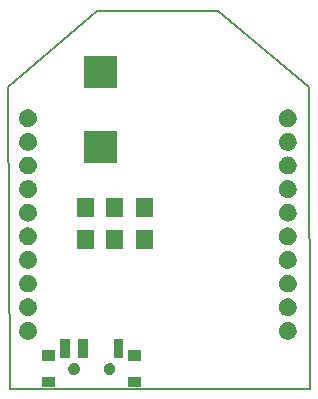
<source format=gbs>
%TF.GenerationSoftware,KiCad,Pcbnew,(5.1.0-1094-g655126d66)*%
%TF.CreationDate,2019-06-26T20:43:34+09:00*%
%TF.ProjectId,xbee,78626565-2e6b-4696-9361-645f70636258,rev?*%
%TF.SameCoordinates,Original*%
%TF.FileFunction,Soldermask,Bot*%
%TF.FilePolarity,Negative*%
%FSLAX46Y46*%
G04 Gerber Fmt 4.6, Leading zero omitted, Abs format (unit mm)*
G04 Created by KiCad (PCBNEW (5.1.0-1094-g655126d66)) date 2019-06-26 20:43:34*
%MOMM*%
%LPD*%
G04 APERTURE LIST*
%ADD10C,0.150000*%
%ADD11C,0.100000*%
G04 APERTURE END LIST*
D10*
X143250000Y-90250000D02*
X153500000Y-90250000D01*
X135750000Y-96750000D02*
X143250000Y-90250000D01*
X135750000Y-96750000D02*
X135850000Y-122250000D01*
X153500000Y-90250000D02*
X161201100Y-96750000D01*
X161201100Y-96750000D02*
X161250000Y-122250000D01*
X161250000Y-122250000D02*
X135850000Y-122250000D01*
D11*
G36*
X147001000Y-122131000D02*
G01*
X145899000Y-122131000D01*
X145899000Y-121229000D01*
X147001000Y-121229000D01*
X147001000Y-122131000D01*
X147001000Y-122131000D01*
G37*
G36*
X139701000Y-122131000D02*
G01*
X138599000Y-122131000D01*
X138599000Y-121229000D01*
X139701000Y-121229000D01*
X139701000Y-122131000D01*
X139701000Y-122131000D01*
G37*
G36*
X141353523Y-120081377D02*
G01*
X141394623Y-120083962D01*
X141415208Y-120090651D01*
X141445448Y-120095197D01*
X141483648Y-120112888D01*
X141515011Y-120123079D01*
X141540285Y-120139118D01*
X141575670Y-120155506D01*
X141601030Y-120177668D01*
X141621888Y-120190905D01*
X141648021Y-120218734D01*
X141683730Y-120249940D01*
X141697322Y-120271234D01*
X141708540Y-120283180D01*
X141730847Y-120323757D01*
X141760943Y-120370907D01*
X141765655Y-120387072D01*
X141769520Y-120394103D01*
X141782951Y-120446413D01*
X141801101Y-120508683D01*
X141800996Y-120516694D01*
X141801000Y-120516709D01*
X141801000Y-120643291D01*
X141799250Y-120650106D01*
X141799063Y-120664410D01*
X141781450Y-120719433D01*
X141769520Y-120765897D01*
X141762474Y-120778713D01*
X141755312Y-120801088D01*
X141727760Y-120841858D01*
X141708540Y-120876820D01*
X141692824Y-120893556D01*
X141674959Y-120919992D01*
X141643572Y-120946004D01*
X141621888Y-120969095D01*
X141595510Y-120985835D01*
X141564463Y-121011565D01*
X141534761Y-121024387D01*
X141515011Y-121036921D01*
X141477478Y-121049116D01*
X141432707Y-121068444D01*
X141408954Y-121071382D01*
X141394623Y-121076038D01*
X141347162Y-121079024D01*
X141290283Y-121086058D01*
X141274974Y-121083565D01*
X141268293Y-121083985D01*
X141214222Y-121073671D01*
X141148640Y-121062990D01*
X141079542Y-121029957D01*
X141029419Y-121006371D01*
X141028345Y-121005483D01*
X141019165Y-121001094D01*
X140972293Y-120959112D01*
X140931884Y-120925683D01*
X140926135Y-120917770D01*
X140912266Y-120905348D01*
X140883691Y-120859351D01*
X140857481Y-120823276D01*
X140850805Y-120806415D01*
X140836536Y-120783446D01*
X140824298Y-120739465D01*
X140810883Y-120705583D01*
X140807568Y-120679341D01*
X140798065Y-120645190D01*
X140798552Y-120607975D01*
X140795018Y-120580000D01*
X140799369Y-120545559D01*
X140799943Y-120501693D01*
X140808390Y-120474150D01*
X140810883Y-120454417D01*
X140826672Y-120414538D01*
X140842021Y-120364491D01*
X140853232Y-120347457D01*
X140857481Y-120336724D01*
X140887365Y-120295592D01*
X140920915Y-120244614D01*
X140930027Y-120236872D01*
X140931884Y-120234317D01*
X140975762Y-120198018D01*
X141030284Y-120151698D01*
X141092992Y-120123713D01*
X141143950Y-120099734D01*
X141148797Y-120098809D01*
X141161335Y-120093214D01*
X141219951Y-120085237D01*
X141268293Y-120076015D01*
X141281570Y-120076850D01*
X141303534Y-120073861D01*
X141353523Y-120081377D01*
X141353523Y-120081377D01*
G37*
G36*
X144353523Y-120081377D02*
G01*
X144394623Y-120083962D01*
X144415208Y-120090651D01*
X144445448Y-120095197D01*
X144483648Y-120112888D01*
X144515011Y-120123079D01*
X144540285Y-120139118D01*
X144575670Y-120155506D01*
X144601030Y-120177668D01*
X144621888Y-120190905D01*
X144648021Y-120218734D01*
X144683730Y-120249940D01*
X144697322Y-120271234D01*
X144708540Y-120283180D01*
X144730847Y-120323757D01*
X144760943Y-120370907D01*
X144765655Y-120387072D01*
X144769520Y-120394103D01*
X144782951Y-120446413D01*
X144801101Y-120508683D01*
X144800996Y-120516694D01*
X144801000Y-120516709D01*
X144801000Y-120643291D01*
X144799250Y-120650106D01*
X144799063Y-120664410D01*
X144781450Y-120719433D01*
X144769520Y-120765897D01*
X144762474Y-120778713D01*
X144755312Y-120801088D01*
X144727760Y-120841858D01*
X144708540Y-120876820D01*
X144692824Y-120893556D01*
X144674959Y-120919992D01*
X144643572Y-120946004D01*
X144621888Y-120969095D01*
X144595510Y-120985835D01*
X144564463Y-121011565D01*
X144534761Y-121024387D01*
X144515011Y-121036921D01*
X144477478Y-121049116D01*
X144432707Y-121068444D01*
X144408954Y-121071382D01*
X144394623Y-121076038D01*
X144347162Y-121079024D01*
X144290283Y-121086058D01*
X144274974Y-121083565D01*
X144268293Y-121083985D01*
X144214222Y-121073671D01*
X144148640Y-121062990D01*
X144079542Y-121029957D01*
X144029419Y-121006371D01*
X144028345Y-121005483D01*
X144019165Y-121001094D01*
X143972293Y-120959112D01*
X143931884Y-120925683D01*
X143926135Y-120917770D01*
X143912266Y-120905348D01*
X143883691Y-120859351D01*
X143857481Y-120823276D01*
X143850805Y-120806415D01*
X143836536Y-120783446D01*
X143824298Y-120739465D01*
X143810883Y-120705583D01*
X143807568Y-120679341D01*
X143798065Y-120645190D01*
X143798552Y-120607975D01*
X143795018Y-120580000D01*
X143799369Y-120545559D01*
X143799943Y-120501693D01*
X143808390Y-120474150D01*
X143810883Y-120454417D01*
X143826672Y-120414538D01*
X143842021Y-120364491D01*
X143853232Y-120347457D01*
X143857481Y-120336724D01*
X143887365Y-120295592D01*
X143920915Y-120244614D01*
X143930027Y-120236872D01*
X143931884Y-120234317D01*
X143975762Y-120198018D01*
X144030284Y-120151698D01*
X144092992Y-120123713D01*
X144143950Y-120099734D01*
X144148797Y-120098809D01*
X144161335Y-120093214D01*
X144219951Y-120085237D01*
X144268293Y-120076015D01*
X144281570Y-120076850D01*
X144303534Y-120073861D01*
X144353523Y-120081377D01*
X144353523Y-120081377D01*
G37*
G36*
X147001000Y-119921000D02*
G01*
X145899000Y-119921000D01*
X145899000Y-119019000D01*
X147001000Y-119019000D01*
X147001000Y-119921000D01*
X147001000Y-119921000D01*
G37*
G36*
X139701000Y-119921000D02*
G01*
X138599000Y-119921000D01*
X138599000Y-119019000D01*
X139701000Y-119019000D01*
X139701000Y-119921000D01*
X139701000Y-119921000D01*
G37*
G36*
X140951000Y-119621000D02*
G01*
X140149000Y-119621000D01*
X140149000Y-118019000D01*
X140951000Y-118019000D01*
X140951000Y-119621000D01*
X140951000Y-119621000D01*
G37*
G36*
X142451000Y-119621000D02*
G01*
X141649000Y-119621000D01*
X141649000Y-118019000D01*
X142451000Y-118019000D01*
X142451000Y-119621000D01*
X142451000Y-119621000D01*
G37*
G36*
X145451000Y-119621000D02*
G01*
X144649000Y-119621000D01*
X144649000Y-118019000D01*
X145451000Y-118019000D01*
X145451000Y-119621000D01*
X145451000Y-119621000D01*
G37*
G36*
X137488225Y-116602749D02*
G01*
X137523382Y-116604714D01*
X137568027Y-116617179D01*
X137619803Y-116626542D01*
X137652320Y-116640715D01*
X137680541Y-116648594D01*
X137726654Y-116673113D01*
X137780339Y-116696511D01*
X137803972Y-116714223D01*
X137824615Y-116725199D01*
X137868854Y-116762849D01*
X137920473Y-116801536D01*
X137935587Y-116819645D01*
X137948877Y-116830955D01*
X137987520Y-116881865D01*
X138032688Y-116935981D01*
X138040571Y-116951757D01*
X138047529Y-116960924D01*
X138076748Y-117024159D01*
X138110963Y-117092635D01*
X138113639Y-117103998D01*
X138115972Y-117109048D01*
X138132095Y-117182381D01*
X138151101Y-117263095D01*
X138150902Y-117285871D01*
X138150374Y-117437040D01*
X138149552Y-117440660D01*
X138149470Y-117450001D01*
X138130118Y-117526200D01*
X138114272Y-117595947D01*
X138110214Y-117604571D01*
X138106363Y-117619734D01*
X138072838Y-117683999D01*
X138044799Y-117743584D01*
X138035359Y-117755842D01*
X138025366Y-117774998D01*
X137981865Y-117825306D01*
X137945239Y-117872865D01*
X137928844Y-117886622D01*
X137910822Y-117907464D01*
X137861751Y-117942921D01*
X137820242Y-117977751D01*
X137796024Y-117990412D01*
X137768877Y-118010027D01*
X137718451Y-118030966D01*
X137675637Y-118053348D01*
X137643559Y-118062063D01*
X137607144Y-118077184D01*
X137559110Y-118085007D01*
X137518177Y-118096128D01*
X137479084Y-118098040D01*
X137434299Y-118105334D01*
X137391674Y-118102316D01*
X137355199Y-118104100D01*
X137310789Y-118096589D01*
X137259615Y-118092965D01*
X137224495Y-118081993D01*
X137194308Y-118076887D01*
X137147091Y-118057810D01*
X137092462Y-118040743D01*
X137065922Y-118025016D01*
X137043020Y-118015763D01*
X136996152Y-117983672D01*
X136941805Y-117951467D01*
X136923877Y-117934184D01*
X136908387Y-117923578D01*
X136865507Y-117877915D01*
X136815727Y-117829927D01*
X136805473Y-117813985D01*
X136796687Y-117804629D01*
X136761657Y-117745866D01*
X136720991Y-117682643D01*
X136716663Y-117670387D01*
X136713135Y-117664469D01*
X136689780Y-117594261D01*
X136662678Y-117517515D01*
X136661925Y-117510525D01*
X136661631Y-117509642D01*
X136653746Y-117434624D01*
X136643917Y-117343402D01*
X136654330Y-117260392D01*
X136662763Y-117185207D01*
X136664344Y-117180563D01*
X136665714Y-117169642D01*
X136692689Y-117097301D01*
X136715347Y-117030744D01*
X136720968Y-117021463D01*
X136726899Y-117005557D01*
X136766435Y-116946388D01*
X136799876Y-116891170D01*
X136811456Y-116879010D01*
X136824192Y-116859949D01*
X136871892Y-116815545D01*
X136912404Y-116773004D01*
X136931242Y-116760298D01*
X136952372Y-116740628D01*
X137003834Y-116711334D01*
X137047678Y-116681761D01*
X137074309Y-116671217D01*
X137104564Y-116653995D01*
X137155690Y-116638996D01*
X137199391Y-116621694D01*
X137233499Y-116616170D01*
X137272603Y-116604698D01*
X137319882Y-116602179D01*
X137360464Y-116595606D01*
X137400856Y-116597864D01*
X137447477Y-116595380D01*
X137488225Y-116602749D01*
X137488225Y-116602749D01*
G37*
G36*
X159488225Y-116602749D02*
G01*
X159523382Y-116604714D01*
X159568027Y-116617179D01*
X159619803Y-116626542D01*
X159652320Y-116640715D01*
X159680541Y-116648594D01*
X159726654Y-116673113D01*
X159780339Y-116696511D01*
X159803972Y-116714223D01*
X159824615Y-116725199D01*
X159868854Y-116762849D01*
X159920473Y-116801536D01*
X159935587Y-116819645D01*
X159948877Y-116830955D01*
X159987520Y-116881865D01*
X160032688Y-116935981D01*
X160040571Y-116951757D01*
X160047529Y-116960924D01*
X160076748Y-117024159D01*
X160110963Y-117092635D01*
X160113639Y-117103998D01*
X160115972Y-117109048D01*
X160132095Y-117182381D01*
X160151101Y-117263095D01*
X160150902Y-117285871D01*
X160150374Y-117437040D01*
X160149552Y-117440660D01*
X160149470Y-117450001D01*
X160130118Y-117526200D01*
X160114272Y-117595947D01*
X160110214Y-117604571D01*
X160106363Y-117619734D01*
X160072838Y-117683999D01*
X160044799Y-117743584D01*
X160035359Y-117755842D01*
X160025366Y-117774998D01*
X159981865Y-117825306D01*
X159945239Y-117872865D01*
X159928844Y-117886622D01*
X159910822Y-117907464D01*
X159861751Y-117942921D01*
X159820242Y-117977751D01*
X159796024Y-117990412D01*
X159768877Y-118010027D01*
X159718451Y-118030966D01*
X159675637Y-118053348D01*
X159643559Y-118062063D01*
X159607144Y-118077184D01*
X159559110Y-118085007D01*
X159518177Y-118096128D01*
X159479084Y-118098040D01*
X159434299Y-118105334D01*
X159391674Y-118102316D01*
X159355199Y-118104100D01*
X159310789Y-118096589D01*
X159259615Y-118092965D01*
X159224495Y-118081993D01*
X159194308Y-118076887D01*
X159147091Y-118057810D01*
X159092462Y-118040743D01*
X159065922Y-118025016D01*
X159043020Y-118015763D01*
X158996152Y-117983672D01*
X158941805Y-117951467D01*
X158923877Y-117934184D01*
X158908387Y-117923578D01*
X158865507Y-117877915D01*
X158815727Y-117829927D01*
X158805473Y-117813985D01*
X158796687Y-117804629D01*
X158761657Y-117745866D01*
X158720991Y-117682643D01*
X158716663Y-117670387D01*
X158713135Y-117664469D01*
X158689780Y-117594261D01*
X158662678Y-117517515D01*
X158661925Y-117510525D01*
X158661631Y-117509642D01*
X158653746Y-117434624D01*
X158643917Y-117343402D01*
X158654330Y-117260392D01*
X158662763Y-117185207D01*
X158664344Y-117180563D01*
X158665714Y-117169642D01*
X158692689Y-117097301D01*
X158715347Y-117030744D01*
X158720968Y-117021463D01*
X158726899Y-117005557D01*
X158766435Y-116946388D01*
X158799876Y-116891170D01*
X158811456Y-116879010D01*
X158824192Y-116859949D01*
X158871892Y-116815545D01*
X158912404Y-116773004D01*
X158931242Y-116760298D01*
X158952372Y-116740628D01*
X159003834Y-116711334D01*
X159047678Y-116681761D01*
X159074309Y-116671217D01*
X159104564Y-116653995D01*
X159155690Y-116638996D01*
X159199391Y-116621694D01*
X159233499Y-116616170D01*
X159272603Y-116604698D01*
X159319882Y-116602179D01*
X159360464Y-116595606D01*
X159400856Y-116597864D01*
X159447477Y-116595380D01*
X159488225Y-116602749D01*
X159488225Y-116602749D01*
G37*
G36*
X137488225Y-114602749D02*
G01*
X137523382Y-114604714D01*
X137568027Y-114617179D01*
X137619803Y-114626542D01*
X137652320Y-114640715D01*
X137680541Y-114648594D01*
X137726654Y-114673113D01*
X137780339Y-114696511D01*
X137803972Y-114714223D01*
X137824615Y-114725199D01*
X137868854Y-114762849D01*
X137920473Y-114801536D01*
X137935587Y-114819645D01*
X137948877Y-114830955D01*
X137987520Y-114881865D01*
X138032688Y-114935981D01*
X138040571Y-114951757D01*
X138047529Y-114960924D01*
X138076748Y-115024159D01*
X138110963Y-115092635D01*
X138113639Y-115103998D01*
X138115972Y-115109048D01*
X138132095Y-115182381D01*
X138151101Y-115263095D01*
X138150902Y-115285871D01*
X138150374Y-115437040D01*
X138149552Y-115440660D01*
X138149470Y-115450001D01*
X138130118Y-115526200D01*
X138114272Y-115595947D01*
X138110214Y-115604571D01*
X138106363Y-115619734D01*
X138072838Y-115683999D01*
X138044799Y-115743584D01*
X138035359Y-115755842D01*
X138025366Y-115774998D01*
X137981865Y-115825306D01*
X137945239Y-115872865D01*
X137928844Y-115886622D01*
X137910822Y-115907464D01*
X137861751Y-115942921D01*
X137820242Y-115977751D01*
X137796024Y-115990412D01*
X137768877Y-116010027D01*
X137718451Y-116030966D01*
X137675637Y-116053348D01*
X137643559Y-116062063D01*
X137607144Y-116077184D01*
X137559110Y-116085007D01*
X137518177Y-116096128D01*
X137479084Y-116098040D01*
X137434299Y-116105334D01*
X137391674Y-116102316D01*
X137355199Y-116104100D01*
X137310789Y-116096589D01*
X137259615Y-116092965D01*
X137224495Y-116081993D01*
X137194308Y-116076887D01*
X137147091Y-116057810D01*
X137092462Y-116040743D01*
X137065922Y-116025016D01*
X137043020Y-116015763D01*
X136996152Y-115983672D01*
X136941805Y-115951467D01*
X136923877Y-115934184D01*
X136908387Y-115923578D01*
X136865507Y-115877915D01*
X136815727Y-115829927D01*
X136805473Y-115813985D01*
X136796687Y-115804629D01*
X136761657Y-115745866D01*
X136720991Y-115682643D01*
X136716663Y-115670387D01*
X136713135Y-115664469D01*
X136689780Y-115594261D01*
X136662678Y-115517515D01*
X136661925Y-115510525D01*
X136661631Y-115509642D01*
X136653746Y-115434624D01*
X136643917Y-115343402D01*
X136654330Y-115260392D01*
X136662763Y-115185207D01*
X136664344Y-115180563D01*
X136665714Y-115169642D01*
X136692689Y-115097301D01*
X136715347Y-115030744D01*
X136720968Y-115021463D01*
X136726899Y-115005557D01*
X136766435Y-114946388D01*
X136799876Y-114891170D01*
X136811456Y-114879010D01*
X136824192Y-114859949D01*
X136871892Y-114815545D01*
X136912404Y-114773004D01*
X136931242Y-114760298D01*
X136952372Y-114740628D01*
X137003834Y-114711334D01*
X137047678Y-114681761D01*
X137074309Y-114671217D01*
X137104564Y-114653995D01*
X137155690Y-114638996D01*
X137199391Y-114621694D01*
X137233499Y-114616170D01*
X137272603Y-114604698D01*
X137319882Y-114602179D01*
X137360464Y-114595606D01*
X137400856Y-114597864D01*
X137447477Y-114595380D01*
X137488225Y-114602749D01*
X137488225Y-114602749D01*
G37*
G36*
X159488225Y-114602749D02*
G01*
X159523382Y-114604714D01*
X159568027Y-114617179D01*
X159619803Y-114626542D01*
X159652320Y-114640715D01*
X159680541Y-114648594D01*
X159726654Y-114673113D01*
X159780339Y-114696511D01*
X159803972Y-114714223D01*
X159824615Y-114725199D01*
X159868854Y-114762849D01*
X159920473Y-114801536D01*
X159935587Y-114819645D01*
X159948877Y-114830955D01*
X159987520Y-114881865D01*
X160032688Y-114935981D01*
X160040571Y-114951757D01*
X160047529Y-114960924D01*
X160076748Y-115024159D01*
X160110963Y-115092635D01*
X160113639Y-115103998D01*
X160115972Y-115109048D01*
X160132095Y-115182381D01*
X160151101Y-115263095D01*
X160150902Y-115285871D01*
X160150374Y-115437040D01*
X160149552Y-115440660D01*
X160149470Y-115450001D01*
X160130118Y-115526200D01*
X160114272Y-115595947D01*
X160110214Y-115604571D01*
X160106363Y-115619734D01*
X160072838Y-115683999D01*
X160044799Y-115743584D01*
X160035359Y-115755842D01*
X160025366Y-115774998D01*
X159981865Y-115825306D01*
X159945239Y-115872865D01*
X159928844Y-115886622D01*
X159910822Y-115907464D01*
X159861751Y-115942921D01*
X159820242Y-115977751D01*
X159796024Y-115990412D01*
X159768877Y-116010027D01*
X159718451Y-116030966D01*
X159675637Y-116053348D01*
X159643559Y-116062063D01*
X159607144Y-116077184D01*
X159559110Y-116085007D01*
X159518177Y-116096128D01*
X159479084Y-116098040D01*
X159434299Y-116105334D01*
X159391674Y-116102316D01*
X159355199Y-116104100D01*
X159310789Y-116096589D01*
X159259615Y-116092965D01*
X159224495Y-116081993D01*
X159194308Y-116076887D01*
X159147091Y-116057810D01*
X159092462Y-116040743D01*
X159065922Y-116025016D01*
X159043020Y-116015763D01*
X158996152Y-115983672D01*
X158941805Y-115951467D01*
X158923877Y-115934184D01*
X158908387Y-115923578D01*
X158865507Y-115877915D01*
X158815727Y-115829927D01*
X158805473Y-115813985D01*
X158796687Y-115804629D01*
X158761657Y-115745866D01*
X158720991Y-115682643D01*
X158716663Y-115670387D01*
X158713135Y-115664469D01*
X158689780Y-115594261D01*
X158662678Y-115517515D01*
X158661925Y-115510525D01*
X158661631Y-115509642D01*
X158653746Y-115434624D01*
X158643917Y-115343402D01*
X158654330Y-115260392D01*
X158662763Y-115185207D01*
X158664344Y-115180563D01*
X158665714Y-115169642D01*
X158692689Y-115097301D01*
X158715347Y-115030744D01*
X158720968Y-115021463D01*
X158726899Y-115005557D01*
X158766435Y-114946388D01*
X158799876Y-114891170D01*
X158811456Y-114879010D01*
X158824192Y-114859949D01*
X158871892Y-114815545D01*
X158912404Y-114773004D01*
X158931242Y-114760298D01*
X158952372Y-114740628D01*
X159003834Y-114711334D01*
X159047678Y-114681761D01*
X159074309Y-114671217D01*
X159104564Y-114653995D01*
X159155690Y-114638996D01*
X159199391Y-114621694D01*
X159233499Y-114616170D01*
X159272603Y-114604698D01*
X159319882Y-114602179D01*
X159360464Y-114595606D01*
X159400856Y-114597864D01*
X159447477Y-114595380D01*
X159488225Y-114602749D01*
X159488225Y-114602749D01*
G37*
G36*
X137488225Y-112602749D02*
G01*
X137523382Y-112604714D01*
X137568027Y-112617179D01*
X137619803Y-112626542D01*
X137652320Y-112640715D01*
X137680541Y-112648594D01*
X137726654Y-112673113D01*
X137780339Y-112696511D01*
X137803972Y-112714223D01*
X137824615Y-112725199D01*
X137868854Y-112762849D01*
X137920473Y-112801536D01*
X137935587Y-112819645D01*
X137948877Y-112830955D01*
X137987520Y-112881865D01*
X138032688Y-112935981D01*
X138040571Y-112951757D01*
X138047529Y-112960924D01*
X138076748Y-113024159D01*
X138110963Y-113092635D01*
X138113639Y-113103998D01*
X138115972Y-113109048D01*
X138132095Y-113182381D01*
X138151101Y-113263095D01*
X138150902Y-113285871D01*
X138150374Y-113437040D01*
X138149552Y-113440660D01*
X138149470Y-113450001D01*
X138130118Y-113526200D01*
X138114272Y-113595947D01*
X138110214Y-113604571D01*
X138106363Y-113619734D01*
X138072838Y-113683999D01*
X138044799Y-113743584D01*
X138035359Y-113755842D01*
X138025366Y-113774998D01*
X137981865Y-113825306D01*
X137945239Y-113872865D01*
X137928844Y-113886622D01*
X137910822Y-113907464D01*
X137861751Y-113942921D01*
X137820242Y-113977751D01*
X137796024Y-113990412D01*
X137768877Y-114010027D01*
X137718451Y-114030966D01*
X137675637Y-114053348D01*
X137643559Y-114062063D01*
X137607144Y-114077184D01*
X137559110Y-114085007D01*
X137518177Y-114096128D01*
X137479084Y-114098040D01*
X137434299Y-114105334D01*
X137391674Y-114102316D01*
X137355199Y-114104100D01*
X137310789Y-114096589D01*
X137259615Y-114092965D01*
X137224495Y-114081993D01*
X137194308Y-114076887D01*
X137147091Y-114057810D01*
X137092462Y-114040743D01*
X137065922Y-114025016D01*
X137043020Y-114015763D01*
X136996152Y-113983672D01*
X136941805Y-113951467D01*
X136923877Y-113934184D01*
X136908387Y-113923578D01*
X136865507Y-113877915D01*
X136815727Y-113829927D01*
X136805473Y-113813985D01*
X136796687Y-113804629D01*
X136761657Y-113745866D01*
X136720991Y-113682643D01*
X136716663Y-113670387D01*
X136713135Y-113664469D01*
X136689780Y-113594261D01*
X136662678Y-113517515D01*
X136661925Y-113510525D01*
X136661631Y-113509642D01*
X136653746Y-113434624D01*
X136643917Y-113343402D01*
X136654330Y-113260392D01*
X136662763Y-113185207D01*
X136664344Y-113180563D01*
X136665714Y-113169642D01*
X136692689Y-113097301D01*
X136715347Y-113030744D01*
X136720968Y-113021463D01*
X136726899Y-113005557D01*
X136766435Y-112946388D01*
X136799876Y-112891170D01*
X136811456Y-112879010D01*
X136824192Y-112859949D01*
X136871892Y-112815545D01*
X136912404Y-112773004D01*
X136931242Y-112760298D01*
X136952372Y-112740628D01*
X137003834Y-112711334D01*
X137047678Y-112681761D01*
X137074309Y-112671217D01*
X137104564Y-112653995D01*
X137155690Y-112638996D01*
X137199391Y-112621694D01*
X137233499Y-112616170D01*
X137272603Y-112604698D01*
X137319882Y-112602179D01*
X137360464Y-112595606D01*
X137400856Y-112597864D01*
X137447477Y-112595380D01*
X137488225Y-112602749D01*
X137488225Y-112602749D01*
G37*
G36*
X159488225Y-112602749D02*
G01*
X159523382Y-112604714D01*
X159568027Y-112617179D01*
X159619803Y-112626542D01*
X159652320Y-112640715D01*
X159680541Y-112648594D01*
X159726654Y-112673113D01*
X159780339Y-112696511D01*
X159803972Y-112714223D01*
X159824615Y-112725199D01*
X159868854Y-112762849D01*
X159920473Y-112801536D01*
X159935587Y-112819645D01*
X159948877Y-112830955D01*
X159987520Y-112881865D01*
X160032688Y-112935981D01*
X160040571Y-112951757D01*
X160047529Y-112960924D01*
X160076748Y-113024159D01*
X160110963Y-113092635D01*
X160113639Y-113103998D01*
X160115972Y-113109048D01*
X160132095Y-113182381D01*
X160151101Y-113263095D01*
X160150902Y-113285871D01*
X160150374Y-113437040D01*
X160149552Y-113440660D01*
X160149470Y-113450001D01*
X160130118Y-113526200D01*
X160114272Y-113595947D01*
X160110214Y-113604571D01*
X160106363Y-113619734D01*
X160072838Y-113683999D01*
X160044799Y-113743584D01*
X160035359Y-113755842D01*
X160025366Y-113774998D01*
X159981865Y-113825306D01*
X159945239Y-113872865D01*
X159928844Y-113886622D01*
X159910822Y-113907464D01*
X159861751Y-113942921D01*
X159820242Y-113977751D01*
X159796024Y-113990412D01*
X159768877Y-114010027D01*
X159718451Y-114030966D01*
X159675637Y-114053348D01*
X159643559Y-114062063D01*
X159607144Y-114077184D01*
X159559110Y-114085007D01*
X159518177Y-114096128D01*
X159479084Y-114098040D01*
X159434299Y-114105334D01*
X159391674Y-114102316D01*
X159355199Y-114104100D01*
X159310789Y-114096589D01*
X159259615Y-114092965D01*
X159224495Y-114081993D01*
X159194308Y-114076887D01*
X159147091Y-114057810D01*
X159092462Y-114040743D01*
X159065922Y-114025016D01*
X159043020Y-114015763D01*
X158996152Y-113983672D01*
X158941805Y-113951467D01*
X158923877Y-113934184D01*
X158908387Y-113923578D01*
X158865507Y-113877915D01*
X158815727Y-113829927D01*
X158805473Y-113813985D01*
X158796687Y-113804629D01*
X158761657Y-113745866D01*
X158720991Y-113682643D01*
X158716663Y-113670387D01*
X158713135Y-113664469D01*
X158689780Y-113594261D01*
X158662678Y-113517515D01*
X158661925Y-113510525D01*
X158661631Y-113509642D01*
X158653746Y-113434624D01*
X158643917Y-113343402D01*
X158654330Y-113260392D01*
X158662763Y-113185207D01*
X158664344Y-113180563D01*
X158665714Y-113169642D01*
X158692689Y-113097301D01*
X158715347Y-113030744D01*
X158720968Y-113021463D01*
X158726899Y-113005557D01*
X158766435Y-112946388D01*
X158799876Y-112891170D01*
X158811456Y-112879010D01*
X158824192Y-112859949D01*
X158871892Y-112815545D01*
X158912404Y-112773004D01*
X158931242Y-112760298D01*
X158952372Y-112740628D01*
X159003834Y-112711334D01*
X159047678Y-112681761D01*
X159074309Y-112671217D01*
X159104564Y-112653995D01*
X159155690Y-112638996D01*
X159199391Y-112621694D01*
X159233499Y-112616170D01*
X159272603Y-112604698D01*
X159319882Y-112602179D01*
X159360464Y-112595606D01*
X159400856Y-112597864D01*
X159447477Y-112595380D01*
X159488225Y-112602749D01*
X159488225Y-112602749D01*
G37*
G36*
X137488225Y-110602749D02*
G01*
X137523382Y-110604714D01*
X137568027Y-110617179D01*
X137619803Y-110626542D01*
X137652320Y-110640715D01*
X137680541Y-110648594D01*
X137726654Y-110673113D01*
X137780339Y-110696511D01*
X137803972Y-110714223D01*
X137824615Y-110725199D01*
X137868854Y-110762849D01*
X137920473Y-110801536D01*
X137935587Y-110819645D01*
X137948877Y-110830955D01*
X137987520Y-110881865D01*
X138032688Y-110935981D01*
X138040571Y-110951757D01*
X138047529Y-110960924D01*
X138076748Y-111024159D01*
X138110963Y-111092635D01*
X138113639Y-111103998D01*
X138115972Y-111109048D01*
X138132095Y-111182381D01*
X138151101Y-111263095D01*
X138150902Y-111285871D01*
X138150374Y-111437040D01*
X138149552Y-111440660D01*
X138149470Y-111450001D01*
X138130118Y-111526200D01*
X138114272Y-111595947D01*
X138110214Y-111604571D01*
X138106363Y-111619734D01*
X138072838Y-111683999D01*
X138044799Y-111743584D01*
X138035359Y-111755842D01*
X138025366Y-111774998D01*
X137981865Y-111825306D01*
X137945239Y-111872865D01*
X137928844Y-111886622D01*
X137910822Y-111907464D01*
X137861751Y-111942921D01*
X137820242Y-111977751D01*
X137796024Y-111990412D01*
X137768877Y-112010027D01*
X137718451Y-112030966D01*
X137675637Y-112053348D01*
X137643559Y-112062063D01*
X137607144Y-112077184D01*
X137559110Y-112085007D01*
X137518177Y-112096128D01*
X137479084Y-112098040D01*
X137434299Y-112105334D01*
X137391674Y-112102316D01*
X137355199Y-112104100D01*
X137310789Y-112096589D01*
X137259615Y-112092965D01*
X137224495Y-112081993D01*
X137194308Y-112076887D01*
X137147091Y-112057810D01*
X137092462Y-112040743D01*
X137065922Y-112025016D01*
X137043020Y-112015763D01*
X136996152Y-111983672D01*
X136941805Y-111951467D01*
X136923877Y-111934184D01*
X136908387Y-111923578D01*
X136865507Y-111877915D01*
X136815727Y-111829927D01*
X136805473Y-111813985D01*
X136796687Y-111804629D01*
X136761657Y-111745866D01*
X136720991Y-111682643D01*
X136716663Y-111670387D01*
X136713135Y-111664469D01*
X136689780Y-111594261D01*
X136662678Y-111517515D01*
X136661925Y-111510525D01*
X136661631Y-111509642D01*
X136653746Y-111434624D01*
X136643917Y-111343402D01*
X136654330Y-111260392D01*
X136662763Y-111185207D01*
X136664344Y-111180563D01*
X136665714Y-111169642D01*
X136692689Y-111097301D01*
X136715347Y-111030744D01*
X136720968Y-111021463D01*
X136726899Y-111005557D01*
X136766435Y-110946388D01*
X136799876Y-110891170D01*
X136811456Y-110879010D01*
X136824192Y-110859949D01*
X136871892Y-110815545D01*
X136912404Y-110773004D01*
X136931242Y-110760298D01*
X136952372Y-110740628D01*
X137003834Y-110711334D01*
X137047678Y-110681761D01*
X137074309Y-110671217D01*
X137104564Y-110653995D01*
X137155690Y-110638996D01*
X137199391Y-110621694D01*
X137233499Y-110616170D01*
X137272603Y-110604698D01*
X137319882Y-110602179D01*
X137360464Y-110595606D01*
X137400856Y-110597864D01*
X137447477Y-110595380D01*
X137488225Y-110602749D01*
X137488225Y-110602749D01*
G37*
G36*
X159488225Y-110602749D02*
G01*
X159523382Y-110604714D01*
X159568027Y-110617179D01*
X159619803Y-110626542D01*
X159652320Y-110640715D01*
X159680541Y-110648594D01*
X159726654Y-110673113D01*
X159780339Y-110696511D01*
X159803972Y-110714223D01*
X159824615Y-110725199D01*
X159868854Y-110762849D01*
X159920473Y-110801536D01*
X159935587Y-110819645D01*
X159948877Y-110830955D01*
X159987520Y-110881865D01*
X160032688Y-110935981D01*
X160040571Y-110951757D01*
X160047529Y-110960924D01*
X160076748Y-111024159D01*
X160110963Y-111092635D01*
X160113639Y-111103998D01*
X160115972Y-111109048D01*
X160132095Y-111182381D01*
X160151101Y-111263095D01*
X160150902Y-111285871D01*
X160150374Y-111437040D01*
X160149552Y-111440660D01*
X160149470Y-111450001D01*
X160130118Y-111526200D01*
X160114272Y-111595947D01*
X160110214Y-111604571D01*
X160106363Y-111619734D01*
X160072838Y-111683999D01*
X160044799Y-111743584D01*
X160035359Y-111755842D01*
X160025366Y-111774998D01*
X159981865Y-111825306D01*
X159945239Y-111872865D01*
X159928844Y-111886622D01*
X159910822Y-111907464D01*
X159861751Y-111942921D01*
X159820242Y-111977751D01*
X159796024Y-111990412D01*
X159768877Y-112010027D01*
X159718451Y-112030966D01*
X159675637Y-112053348D01*
X159643559Y-112062063D01*
X159607144Y-112077184D01*
X159559110Y-112085007D01*
X159518177Y-112096128D01*
X159479084Y-112098040D01*
X159434299Y-112105334D01*
X159391674Y-112102316D01*
X159355199Y-112104100D01*
X159310789Y-112096589D01*
X159259615Y-112092965D01*
X159224495Y-112081993D01*
X159194308Y-112076887D01*
X159147091Y-112057810D01*
X159092462Y-112040743D01*
X159065922Y-112025016D01*
X159043020Y-112015763D01*
X158996152Y-111983672D01*
X158941805Y-111951467D01*
X158923877Y-111934184D01*
X158908387Y-111923578D01*
X158865507Y-111877915D01*
X158815727Y-111829927D01*
X158805473Y-111813985D01*
X158796687Y-111804629D01*
X158761657Y-111745866D01*
X158720991Y-111682643D01*
X158716663Y-111670387D01*
X158713135Y-111664469D01*
X158689780Y-111594261D01*
X158662678Y-111517515D01*
X158661925Y-111510525D01*
X158661631Y-111509642D01*
X158653746Y-111434624D01*
X158643917Y-111343402D01*
X158654330Y-111260392D01*
X158662763Y-111185207D01*
X158664344Y-111180563D01*
X158665714Y-111169642D01*
X158692689Y-111097301D01*
X158715347Y-111030744D01*
X158720968Y-111021463D01*
X158726899Y-111005557D01*
X158766435Y-110946388D01*
X158799876Y-110891170D01*
X158811456Y-110879010D01*
X158824192Y-110859949D01*
X158871892Y-110815545D01*
X158912404Y-110773004D01*
X158931242Y-110760298D01*
X158952372Y-110740628D01*
X159003834Y-110711334D01*
X159047678Y-110681761D01*
X159074309Y-110671217D01*
X159104564Y-110653995D01*
X159155690Y-110638996D01*
X159199391Y-110621694D01*
X159233499Y-110616170D01*
X159272603Y-110604698D01*
X159319882Y-110602179D01*
X159360464Y-110595606D01*
X159400856Y-110597864D01*
X159447477Y-110595380D01*
X159488225Y-110602749D01*
X159488225Y-110602749D01*
G37*
G36*
X142951000Y-110451000D02*
G01*
X141549000Y-110451000D01*
X141549000Y-108849000D01*
X142951000Y-108849000D01*
X142951000Y-110451000D01*
X142951000Y-110451000D01*
G37*
G36*
X147951000Y-110451000D02*
G01*
X146549000Y-110451000D01*
X146549000Y-108849000D01*
X147951000Y-108849000D01*
X147951000Y-110451000D01*
X147951000Y-110451000D01*
G37*
G36*
X145451000Y-110451000D02*
G01*
X144049000Y-110451000D01*
X144049000Y-108849000D01*
X145451000Y-108849000D01*
X145451000Y-110451000D01*
X145451000Y-110451000D01*
G37*
G36*
X159488225Y-108602749D02*
G01*
X159523382Y-108604714D01*
X159568027Y-108617179D01*
X159619803Y-108626542D01*
X159652320Y-108640715D01*
X159680541Y-108648594D01*
X159726654Y-108673113D01*
X159780339Y-108696511D01*
X159803972Y-108714223D01*
X159824615Y-108725199D01*
X159868854Y-108762849D01*
X159920473Y-108801536D01*
X159935587Y-108819645D01*
X159948877Y-108830955D01*
X159987520Y-108881865D01*
X160032688Y-108935981D01*
X160040571Y-108951757D01*
X160047529Y-108960924D01*
X160076748Y-109024159D01*
X160110963Y-109092635D01*
X160113639Y-109103998D01*
X160115972Y-109109048D01*
X160132095Y-109182381D01*
X160151101Y-109263095D01*
X160150902Y-109285871D01*
X160150374Y-109437040D01*
X160149552Y-109440660D01*
X160149470Y-109450001D01*
X160130118Y-109526200D01*
X160114272Y-109595947D01*
X160110214Y-109604571D01*
X160106363Y-109619734D01*
X160072838Y-109683999D01*
X160044799Y-109743584D01*
X160035359Y-109755842D01*
X160025366Y-109774998D01*
X159981865Y-109825306D01*
X159945239Y-109872865D01*
X159928844Y-109886622D01*
X159910822Y-109907464D01*
X159861751Y-109942921D01*
X159820242Y-109977751D01*
X159796024Y-109990412D01*
X159768877Y-110010027D01*
X159718451Y-110030966D01*
X159675637Y-110053348D01*
X159643559Y-110062063D01*
X159607144Y-110077184D01*
X159559110Y-110085007D01*
X159518177Y-110096128D01*
X159479084Y-110098040D01*
X159434299Y-110105334D01*
X159391674Y-110102316D01*
X159355199Y-110104100D01*
X159310789Y-110096589D01*
X159259615Y-110092965D01*
X159224495Y-110081993D01*
X159194308Y-110076887D01*
X159147091Y-110057810D01*
X159092462Y-110040743D01*
X159065922Y-110025016D01*
X159043020Y-110015763D01*
X158996152Y-109983672D01*
X158941805Y-109951467D01*
X158923877Y-109934184D01*
X158908387Y-109923578D01*
X158865507Y-109877915D01*
X158815727Y-109829927D01*
X158805473Y-109813985D01*
X158796687Y-109804629D01*
X158761657Y-109745866D01*
X158720991Y-109682643D01*
X158716663Y-109670387D01*
X158713135Y-109664469D01*
X158689780Y-109594261D01*
X158662678Y-109517515D01*
X158661925Y-109510525D01*
X158661631Y-109509642D01*
X158653746Y-109434624D01*
X158643917Y-109343402D01*
X158654330Y-109260392D01*
X158662763Y-109185207D01*
X158664344Y-109180563D01*
X158665714Y-109169642D01*
X158692689Y-109097301D01*
X158715347Y-109030744D01*
X158720968Y-109021463D01*
X158726899Y-109005557D01*
X158766435Y-108946388D01*
X158799876Y-108891170D01*
X158811456Y-108879010D01*
X158824192Y-108859949D01*
X158871892Y-108815545D01*
X158912404Y-108773004D01*
X158931242Y-108760298D01*
X158952372Y-108740628D01*
X159003834Y-108711334D01*
X159047678Y-108681761D01*
X159074309Y-108671217D01*
X159104564Y-108653995D01*
X159155690Y-108638996D01*
X159199391Y-108621694D01*
X159233499Y-108616170D01*
X159272603Y-108604698D01*
X159319882Y-108602179D01*
X159360464Y-108595606D01*
X159400856Y-108597864D01*
X159447477Y-108595380D01*
X159488225Y-108602749D01*
X159488225Y-108602749D01*
G37*
G36*
X137488225Y-108602749D02*
G01*
X137523382Y-108604714D01*
X137568027Y-108617179D01*
X137619803Y-108626542D01*
X137652320Y-108640715D01*
X137680541Y-108648594D01*
X137726654Y-108673113D01*
X137780339Y-108696511D01*
X137803972Y-108714223D01*
X137824615Y-108725199D01*
X137868854Y-108762849D01*
X137920473Y-108801536D01*
X137935587Y-108819645D01*
X137948877Y-108830955D01*
X137987520Y-108881865D01*
X138032688Y-108935981D01*
X138040571Y-108951757D01*
X138047529Y-108960924D01*
X138076748Y-109024159D01*
X138110963Y-109092635D01*
X138113639Y-109103998D01*
X138115972Y-109109048D01*
X138132095Y-109182381D01*
X138151101Y-109263095D01*
X138150902Y-109285871D01*
X138150374Y-109437040D01*
X138149552Y-109440660D01*
X138149470Y-109450001D01*
X138130118Y-109526200D01*
X138114272Y-109595947D01*
X138110214Y-109604571D01*
X138106363Y-109619734D01*
X138072838Y-109683999D01*
X138044799Y-109743584D01*
X138035359Y-109755842D01*
X138025366Y-109774998D01*
X137981865Y-109825306D01*
X137945239Y-109872865D01*
X137928844Y-109886622D01*
X137910822Y-109907464D01*
X137861751Y-109942921D01*
X137820242Y-109977751D01*
X137796024Y-109990412D01*
X137768877Y-110010027D01*
X137718451Y-110030966D01*
X137675637Y-110053348D01*
X137643559Y-110062063D01*
X137607144Y-110077184D01*
X137559110Y-110085007D01*
X137518177Y-110096128D01*
X137479084Y-110098040D01*
X137434299Y-110105334D01*
X137391674Y-110102316D01*
X137355199Y-110104100D01*
X137310789Y-110096589D01*
X137259615Y-110092965D01*
X137224495Y-110081993D01*
X137194308Y-110076887D01*
X137147091Y-110057810D01*
X137092462Y-110040743D01*
X137065922Y-110025016D01*
X137043020Y-110015763D01*
X136996152Y-109983672D01*
X136941805Y-109951467D01*
X136923877Y-109934184D01*
X136908387Y-109923578D01*
X136865507Y-109877915D01*
X136815727Y-109829927D01*
X136805473Y-109813985D01*
X136796687Y-109804629D01*
X136761657Y-109745866D01*
X136720991Y-109682643D01*
X136716663Y-109670387D01*
X136713135Y-109664469D01*
X136689780Y-109594261D01*
X136662678Y-109517515D01*
X136661925Y-109510525D01*
X136661631Y-109509642D01*
X136653746Y-109434624D01*
X136643917Y-109343402D01*
X136654330Y-109260392D01*
X136662763Y-109185207D01*
X136664344Y-109180563D01*
X136665714Y-109169642D01*
X136692689Y-109097301D01*
X136715347Y-109030744D01*
X136720968Y-109021463D01*
X136726899Y-109005557D01*
X136766435Y-108946388D01*
X136799876Y-108891170D01*
X136811456Y-108879010D01*
X136824192Y-108859949D01*
X136871892Y-108815545D01*
X136912404Y-108773004D01*
X136931242Y-108760298D01*
X136952372Y-108740628D01*
X137003834Y-108711334D01*
X137047678Y-108681761D01*
X137074309Y-108671217D01*
X137104564Y-108653995D01*
X137155690Y-108638996D01*
X137199391Y-108621694D01*
X137233499Y-108616170D01*
X137272603Y-108604698D01*
X137319882Y-108602179D01*
X137360464Y-108595606D01*
X137400856Y-108597864D01*
X137447477Y-108595380D01*
X137488225Y-108602749D01*
X137488225Y-108602749D01*
G37*
G36*
X159488225Y-106602749D02*
G01*
X159523382Y-106604714D01*
X159568027Y-106617179D01*
X159619803Y-106626542D01*
X159652320Y-106640715D01*
X159680541Y-106648594D01*
X159726654Y-106673113D01*
X159780339Y-106696511D01*
X159803972Y-106714223D01*
X159824615Y-106725199D01*
X159868854Y-106762849D01*
X159920473Y-106801536D01*
X159935587Y-106819645D01*
X159948877Y-106830955D01*
X159987520Y-106881865D01*
X160032688Y-106935981D01*
X160040571Y-106951757D01*
X160047529Y-106960924D01*
X160076748Y-107024159D01*
X160110963Y-107092635D01*
X160113639Y-107103998D01*
X160115972Y-107109048D01*
X160132095Y-107182381D01*
X160151101Y-107263095D01*
X160150902Y-107285871D01*
X160150374Y-107437040D01*
X160149552Y-107440660D01*
X160149470Y-107450001D01*
X160130118Y-107526200D01*
X160114272Y-107595947D01*
X160110214Y-107604571D01*
X160106363Y-107619734D01*
X160072838Y-107683999D01*
X160044799Y-107743584D01*
X160035359Y-107755842D01*
X160025366Y-107774998D01*
X159981865Y-107825306D01*
X159945239Y-107872865D01*
X159928844Y-107886622D01*
X159910822Y-107907464D01*
X159861751Y-107942921D01*
X159820242Y-107977751D01*
X159796024Y-107990412D01*
X159768877Y-108010027D01*
X159718451Y-108030966D01*
X159675637Y-108053348D01*
X159643559Y-108062063D01*
X159607144Y-108077184D01*
X159559110Y-108085007D01*
X159518177Y-108096128D01*
X159479084Y-108098040D01*
X159434299Y-108105334D01*
X159391674Y-108102316D01*
X159355199Y-108104100D01*
X159310789Y-108096589D01*
X159259615Y-108092965D01*
X159224495Y-108081993D01*
X159194308Y-108076887D01*
X159147091Y-108057810D01*
X159092462Y-108040743D01*
X159065922Y-108025016D01*
X159043020Y-108015763D01*
X158996152Y-107983672D01*
X158941805Y-107951467D01*
X158923877Y-107934184D01*
X158908387Y-107923578D01*
X158865507Y-107877915D01*
X158815727Y-107829927D01*
X158805473Y-107813985D01*
X158796687Y-107804629D01*
X158761657Y-107745866D01*
X158720991Y-107682643D01*
X158716663Y-107670387D01*
X158713135Y-107664469D01*
X158689780Y-107594261D01*
X158662678Y-107517515D01*
X158661925Y-107510525D01*
X158661631Y-107509642D01*
X158653746Y-107434624D01*
X158643917Y-107343402D01*
X158654330Y-107260392D01*
X158662763Y-107185207D01*
X158664344Y-107180563D01*
X158665714Y-107169642D01*
X158692689Y-107097301D01*
X158715347Y-107030744D01*
X158720968Y-107021463D01*
X158726899Y-107005557D01*
X158766435Y-106946388D01*
X158799876Y-106891170D01*
X158811456Y-106879010D01*
X158824192Y-106859949D01*
X158871892Y-106815545D01*
X158912404Y-106773004D01*
X158931242Y-106760298D01*
X158952372Y-106740628D01*
X159003834Y-106711334D01*
X159047678Y-106681761D01*
X159074309Y-106671217D01*
X159104564Y-106653995D01*
X159155690Y-106638996D01*
X159199391Y-106621694D01*
X159233499Y-106616170D01*
X159272603Y-106604698D01*
X159319882Y-106602179D01*
X159360464Y-106595606D01*
X159400856Y-106597864D01*
X159447477Y-106595380D01*
X159488225Y-106602749D01*
X159488225Y-106602749D01*
G37*
G36*
X137488225Y-106602749D02*
G01*
X137523382Y-106604714D01*
X137568027Y-106617179D01*
X137619803Y-106626542D01*
X137652320Y-106640715D01*
X137680541Y-106648594D01*
X137726654Y-106673113D01*
X137780339Y-106696511D01*
X137803972Y-106714223D01*
X137824615Y-106725199D01*
X137868854Y-106762849D01*
X137920473Y-106801536D01*
X137935587Y-106819645D01*
X137948877Y-106830955D01*
X137987520Y-106881865D01*
X138032688Y-106935981D01*
X138040571Y-106951757D01*
X138047529Y-106960924D01*
X138076748Y-107024159D01*
X138110963Y-107092635D01*
X138113639Y-107103998D01*
X138115972Y-107109048D01*
X138132095Y-107182381D01*
X138151101Y-107263095D01*
X138150902Y-107285871D01*
X138150374Y-107437040D01*
X138149552Y-107440660D01*
X138149470Y-107450001D01*
X138130118Y-107526200D01*
X138114272Y-107595947D01*
X138110214Y-107604571D01*
X138106363Y-107619734D01*
X138072838Y-107683999D01*
X138044799Y-107743584D01*
X138035359Y-107755842D01*
X138025366Y-107774998D01*
X137981865Y-107825306D01*
X137945239Y-107872865D01*
X137928844Y-107886622D01*
X137910822Y-107907464D01*
X137861751Y-107942921D01*
X137820242Y-107977751D01*
X137796024Y-107990412D01*
X137768877Y-108010027D01*
X137718451Y-108030966D01*
X137675637Y-108053348D01*
X137643559Y-108062063D01*
X137607144Y-108077184D01*
X137559110Y-108085007D01*
X137518177Y-108096128D01*
X137479084Y-108098040D01*
X137434299Y-108105334D01*
X137391674Y-108102316D01*
X137355199Y-108104100D01*
X137310789Y-108096589D01*
X137259615Y-108092965D01*
X137224495Y-108081993D01*
X137194308Y-108076887D01*
X137147091Y-108057810D01*
X137092462Y-108040743D01*
X137065922Y-108025016D01*
X137043020Y-108015763D01*
X136996152Y-107983672D01*
X136941805Y-107951467D01*
X136923877Y-107934184D01*
X136908387Y-107923578D01*
X136865507Y-107877915D01*
X136815727Y-107829927D01*
X136805473Y-107813985D01*
X136796687Y-107804629D01*
X136761657Y-107745866D01*
X136720991Y-107682643D01*
X136716663Y-107670387D01*
X136713135Y-107664469D01*
X136689780Y-107594261D01*
X136662678Y-107517515D01*
X136661925Y-107510525D01*
X136661631Y-107509642D01*
X136653746Y-107434624D01*
X136643917Y-107343402D01*
X136654330Y-107260392D01*
X136662763Y-107185207D01*
X136664344Y-107180563D01*
X136665714Y-107169642D01*
X136692689Y-107097301D01*
X136715347Y-107030744D01*
X136720968Y-107021463D01*
X136726899Y-107005557D01*
X136766435Y-106946388D01*
X136799876Y-106891170D01*
X136811456Y-106879010D01*
X136824192Y-106859949D01*
X136871892Y-106815545D01*
X136912404Y-106773004D01*
X136931242Y-106760298D01*
X136952372Y-106740628D01*
X137003834Y-106711334D01*
X137047678Y-106681761D01*
X137074309Y-106671217D01*
X137104564Y-106653995D01*
X137155690Y-106638996D01*
X137199391Y-106621694D01*
X137233499Y-106616170D01*
X137272603Y-106604698D01*
X137319882Y-106602179D01*
X137360464Y-106595606D01*
X137400856Y-106597864D01*
X137447477Y-106595380D01*
X137488225Y-106602749D01*
X137488225Y-106602749D01*
G37*
G36*
X147951000Y-107751000D02*
G01*
X146549000Y-107751000D01*
X146549000Y-106149000D01*
X147951000Y-106149000D01*
X147951000Y-107751000D01*
X147951000Y-107751000D01*
G37*
G36*
X142951000Y-107751000D02*
G01*
X141549000Y-107751000D01*
X141549000Y-106149000D01*
X142951000Y-106149000D01*
X142951000Y-107751000D01*
X142951000Y-107751000D01*
G37*
G36*
X145451000Y-107751000D02*
G01*
X144049000Y-107751000D01*
X144049000Y-106149000D01*
X145451000Y-106149000D01*
X145451000Y-107751000D01*
X145451000Y-107751000D01*
G37*
G36*
X159488225Y-104602749D02*
G01*
X159523382Y-104604714D01*
X159568027Y-104617179D01*
X159619803Y-104626542D01*
X159652320Y-104640715D01*
X159680541Y-104648594D01*
X159726654Y-104673113D01*
X159780339Y-104696511D01*
X159803972Y-104714223D01*
X159824615Y-104725199D01*
X159868854Y-104762849D01*
X159920473Y-104801536D01*
X159935587Y-104819645D01*
X159948877Y-104830955D01*
X159987520Y-104881865D01*
X160032688Y-104935981D01*
X160040571Y-104951757D01*
X160047529Y-104960924D01*
X160076748Y-105024159D01*
X160110963Y-105092635D01*
X160113639Y-105103998D01*
X160115972Y-105109048D01*
X160132095Y-105182381D01*
X160151101Y-105263095D01*
X160150902Y-105285871D01*
X160150374Y-105437040D01*
X160149552Y-105440660D01*
X160149470Y-105450001D01*
X160130118Y-105526200D01*
X160114272Y-105595947D01*
X160110214Y-105604571D01*
X160106363Y-105619734D01*
X160072838Y-105683999D01*
X160044799Y-105743584D01*
X160035359Y-105755842D01*
X160025366Y-105774998D01*
X159981865Y-105825306D01*
X159945239Y-105872865D01*
X159928844Y-105886622D01*
X159910822Y-105907464D01*
X159861751Y-105942921D01*
X159820242Y-105977751D01*
X159796024Y-105990412D01*
X159768877Y-106010027D01*
X159718451Y-106030966D01*
X159675637Y-106053348D01*
X159643559Y-106062063D01*
X159607144Y-106077184D01*
X159559110Y-106085007D01*
X159518177Y-106096128D01*
X159479084Y-106098040D01*
X159434299Y-106105334D01*
X159391674Y-106102316D01*
X159355199Y-106104100D01*
X159310789Y-106096589D01*
X159259615Y-106092965D01*
X159224495Y-106081993D01*
X159194308Y-106076887D01*
X159147091Y-106057810D01*
X159092462Y-106040743D01*
X159065922Y-106025016D01*
X159043020Y-106015763D01*
X158996152Y-105983672D01*
X158941805Y-105951467D01*
X158923877Y-105934184D01*
X158908387Y-105923578D01*
X158865507Y-105877915D01*
X158815727Y-105829927D01*
X158805473Y-105813985D01*
X158796687Y-105804629D01*
X158761657Y-105745866D01*
X158720991Y-105682643D01*
X158716663Y-105670387D01*
X158713135Y-105664469D01*
X158689780Y-105594261D01*
X158662678Y-105517515D01*
X158661925Y-105510525D01*
X158661631Y-105509642D01*
X158653746Y-105434624D01*
X158643917Y-105343402D01*
X158654330Y-105260392D01*
X158662763Y-105185207D01*
X158664344Y-105180563D01*
X158665714Y-105169642D01*
X158692689Y-105097301D01*
X158715347Y-105030744D01*
X158720968Y-105021463D01*
X158726899Y-105005557D01*
X158766435Y-104946388D01*
X158799876Y-104891170D01*
X158811456Y-104879010D01*
X158824192Y-104859949D01*
X158871892Y-104815545D01*
X158912404Y-104773004D01*
X158931242Y-104760298D01*
X158952372Y-104740628D01*
X159003834Y-104711334D01*
X159047678Y-104681761D01*
X159074309Y-104671217D01*
X159104564Y-104653995D01*
X159155690Y-104638996D01*
X159199391Y-104621694D01*
X159233499Y-104616170D01*
X159272603Y-104604698D01*
X159319882Y-104602179D01*
X159360464Y-104595606D01*
X159400856Y-104597864D01*
X159447477Y-104595380D01*
X159488225Y-104602749D01*
X159488225Y-104602749D01*
G37*
G36*
X137488225Y-104602749D02*
G01*
X137523382Y-104604714D01*
X137568027Y-104617179D01*
X137619803Y-104626542D01*
X137652320Y-104640715D01*
X137680541Y-104648594D01*
X137726654Y-104673113D01*
X137780339Y-104696511D01*
X137803972Y-104714223D01*
X137824615Y-104725199D01*
X137868854Y-104762849D01*
X137920473Y-104801536D01*
X137935587Y-104819645D01*
X137948877Y-104830955D01*
X137987520Y-104881865D01*
X138032688Y-104935981D01*
X138040571Y-104951757D01*
X138047529Y-104960924D01*
X138076748Y-105024159D01*
X138110963Y-105092635D01*
X138113639Y-105103998D01*
X138115972Y-105109048D01*
X138132095Y-105182381D01*
X138151101Y-105263095D01*
X138150902Y-105285871D01*
X138150374Y-105437040D01*
X138149552Y-105440660D01*
X138149470Y-105450001D01*
X138130118Y-105526200D01*
X138114272Y-105595947D01*
X138110214Y-105604571D01*
X138106363Y-105619734D01*
X138072838Y-105683999D01*
X138044799Y-105743584D01*
X138035359Y-105755842D01*
X138025366Y-105774998D01*
X137981865Y-105825306D01*
X137945239Y-105872865D01*
X137928844Y-105886622D01*
X137910822Y-105907464D01*
X137861751Y-105942921D01*
X137820242Y-105977751D01*
X137796024Y-105990412D01*
X137768877Y-106010027D01*
X137718451Y-106030966D01*
X137675637Y-106053348D01*
X137643559Y-106062063D01*
X137607144Y-106077184D01*
X137559110Y-106085007D01*
X137518177Y-106096128D01*
X137479084Y-106098040D01*
X137434299Y-106105334D01*
X137391674Y-106102316D01*
X137355199Y-106104100D01*
X137310789Y-106096589D01*
X137259615Y-106092965D01*
X137224495Y-106081993D01*
X137194308Y-106076887D01*
X137147091Y-106057810D01*
X137092462Y-106040743D01*
X137065922Y-106025016D01*
X137043020Y-106015763D01*
X136996152Y-105983672D01*
X136941805Y-105951467D01*
X136923877Y-105934184D01*
X136908387Y-105923578D01*
X136865507Y-105877915D01*
X136815727Y-105829927D01*
X136805473Y-105813985D01*
X136796687Y-105804629D01*
X136761657Y-105745866D01*
X136720991Y-105682643D01*
X136716663Y-105670387D01*
X136713135Y-105664469D01*
X136689780Y-105594261D01*
X136662678Y-105517515D01*
X136661925Y-105510525D01*
X136661631Y-105509642D01*
X136653746Y-105434624D01*
X136643917Y-105343402D01*
X136654330Y-105260392D01*
X136662763Y-105185207D01*
X136664344Y-105180563D01*
X136665714Y-105169642D01*
X136692689Y-105097301D01*
X136715347Y-105030744D01*
X136720968Y-105021463D01*
X136726899Y-105005557D01*
X136766435Y-104946388D01*
X136799876Y-104891170D01*
X136811456Y-104879010D01*
X136824192Y-104859949D01*
X136871892Y-104815545D01*
X136912404Y-104773004D01*
X136931242Y-104760298D01*
X136952372Y-104740628D01*
X137003834Y-104711334D01*
X137047678Y-104681761D01*
X137074309Y-104671217D01*
X137104564Y-104653995D01*
X137155690Y-104638996D01*
X137199391Y-104621694D01*
X137233499Y-104616170D01*
X137272603Y-104604698D01*
X137319882Y-104602179D01*
X137360464Y-104595606D01*
X137400856Y-104597864D01*
X137447477Y-104595380D01*
X137488225Y-104602749D01*
X137488225Y-104602749D01*
G37*
G36*
X159488225Y-102602749D02*
G01*
X159523382Y-102604714D01*
X159568027Y-102617179D01*
X159619803Y-102626542D01*
X159652320Y-102640715D01*
X159680541Y-102648594D01*
X159726654Y-102673113D01*
X159780339Y-102696511D01*
X159803972Y-102714223D01*
X159824615Y-102725199D01*
X159868854Y-102762849D01*
X159920473Y-102801536D01*
X159935587Y-102819645D01*
X159948877Y-102830955D01*
X159987520Y-102881865D01*
X160032688Y-102935981D01*
X160040571Y-102951757D01*
X160047529Y-102960924D01*
X160076748Y-103024159D01*
X160110963Y-103092635D01*
X160113639Y-103103998D01*
X160115972Y-103109048D01*
X160132095Y-103182381D01*
X160151101Y-103263095D01*
X160150902Y-103285871D01*
X160150374Y-103437040D01*
X160149552Y-103440660D01*
X160149470Y-103450001D01*
X160130118Y-103526200D01*
X160114272Y-103595947D01*
X160110214Y-103604571D01*
X160106363Y-103619734D01*
X160072838Y-103683999D01*
X160044799Y-103743584D01*
X160035359Y-103755842D01*
X160025366Y-103774998D01*
X159981865Y-103825306D01*
X159945239Y-103872865D01*
X159928844Y-103886622D01*
X159910822Y-103907464D01*
X159861751Y-103942921D01*
X159820242Y-103977751D01*
X159796024Y-103990412D01*
X159768877Y-104010027D01*
X159718451Y-104030966D01*
X159675637Y-104053348D01*
X159643559Y-104062063D01*
X159607144Y-104077184D01*
X159559110Y-104085007D01*
X159518177Y-104096128D01*
X159479084Y-104098040D01*
X159434299Y-104105334D01*
X159391674Y-104102316D01*
X159355199Y-104104100D01*
X159310789Y-104096589D01*
X159259615Y-104092965D01*
X159224495Y-104081993D01*
X159194308Y-104076887D01*
X159147091Y-104057810D01*
X159092462Y-104040743D01*
X159065922Y-104025016D01*
X159043020Y-104015763D01*
X158996152Y-103983672D01*
X158941805Y-103951467D01*
X158923877Y-103934184D01*
X158908387Y-103923578D01*
X158865507Y-103877915D01*
X158815727Y-103829927D01*
X158805473Y-103813985D01*
X158796687Y-103804629D01*
X158761657Y-103745866D01*
X158720991Y-103682643D01*
X158716663Y-103670387D01*
X158713135Y-103664469D01*
X158689780Y-103594261D01*
X158662678Y-103517515D01*
X158661925Y-103510525D01*
X158661631Y-103509642D01*
X158653746Y-103434624D01*
X158643917Y-103343402D01*
X158654330Y-103260392D01*
X158662763Y-103185207D01*
X158664344Y-103180563D01*
X158665714Y-103169642D01*
X158692689Y-103097301D01*
X158715347Y-103030744D01*
X158720968Y-103021463D01*
X158726899Y-103005557D01*
X158766435Y-102946388D01*
X158799876Y-102891170D01*
X158811456Y-102879010D01*
X158824192Y-102859949D01*
X158871892Y-102815545D01*
X158912404Y-102773004D01*
X158931242Y-102760298D01*
X158952372Y-102740628D01*
X159003834Y-102711334D01*
X159047678Y-102681761D01*
X159074309Y-102671217D01*
X159104564Y-102653995D01*
X159155690Y-102638996D01*
X159199391Y-102621694D01*
X159233499Y-102616170D01*
X159272603Y-102604698D01*
X159319882Y-102602179D01*
X159360464Y-102595606D01*
X159400856Y-102597864D01*
X159447477Y-102595380D01*
X159488225Y-102602749D01*
X159488225Y-102602749D01*
G37*
G36*
X137488225Y-102602749D02*
G01*
X137523382Y-102604714D01*
X137568027Y-102617179D01*
X137619803Y-102626542D01*
X137652320Y-102640715D01*
X137680541Y-102648594D01*
X137726654Y-102673113D01*
X137780339Y-102696511D01*
X137803972Y-102714223D01*
X137824615Y-102725199D01*
X137868854Y-102762849D01*
X137920473Y-102801536D01*
X137935587Y-102819645D01*
X137948877Y-102830955D01*
X137987520Y-102881865D01*
X138032688Y-102935981D01*
X138040571Y-102951757D01*
X138047529Y-102960924D01*
X138076748Y-103024159D01*
X138110963Y-103092635D01*
X138113639Y-103103998D01*
X138115972Y-103109048D01*
X138132095Y-103182381D01*
X138151101Y-103263095D01*
X138150902Y-103285871D01*
X138150374Y-103437040D01*
X138149552Y-103440660D01*
X138149470Y-103450001D01*
X138130118Y-103526200D01*
X138114272Y-103595947D01*
X138110214Y-103604571D01*
X138106363Y-103619734D01*
X138072838Y-103683999D01*
X138044799Y-103743584D01*
X138035359Y-103755842D01*
X138025366Y-103774998D01*
X137981865Y-103825306D01*
X137945239Y-103872865D01*
X137928844Y-103886622D01*
X137910822Y-103907464D01*
X137861751Y-103942921D01*
X137820242Y-103977751D01*
X137796024Y-103990412D01*
X137768877Y-104010027D01*
X137718451Y-104030966D01*
X137675637Y-104053348D01*
X137643559Y-104062063D01*
X137607144Y-104077184D01*
X137559110Y-104085007D01*
X137518177Y-104096128D01*
X137479084Y-104098040D01*
X137434299Y-104105334D01*
X137391674Y-104102316D01*
X137355199Y-104104100D01*
X137310789Y-104096589D01*
X137259615Y-104092965D01*
X137224495Y-104081993D01*
X137194308Y-104076887D01*
X137147091Y-104057810D01*
X137092462Y-104040743D01*
X137065922Y-104025016D01*
X137043020Y-104015763D01*
X136996152Y-103983672D01*
X136941805Y-103951467D01*
X136923877Y-103934184D01*
X136908387Y-103923578D01*
X136865507Y-103877915D01*
X136815727Y-103829927D01*
X136805473Y-103813985D01*
X136796687Y-103804629D01*
X136761657Y-103745866D01*
X136720991Y-103682643D01*
X136716663Y-103670387D01*
X136713135Y-103664469D01*
X136689780Y-103594261D01*
X136662678Y-103517515D01*
X136661925Y-103510525D01*
X136661631Y-103509642D01*
X136653746Y-103434624D01*
X136643917Y-103343402D01*
X136654330Y-103260392D01*
X136662763Y-103185207D01*
X136664344Y-103180563D01*
X136665714Y-103169642D01*
X136692689Y-103097301D01*
X136715347Y-103030744D01*
X136720968Y-103021463D01*
X136726899Y-103005557D01*
X136766435Y-102946388D01*
X136799876Y-102891170D01*
X136811456Y-102879010D01*
X136824192Y-102859949D01*
X136871892Y-102815545D01*
X136912404Y-102773004D01*
X136931242Y-102760298D01*
X136952372Y-102740628D01*
X137003834Y-102711334D01*
X137047678Y-102681761D01*
X137074309Y-102671217D01*
X137104564Y-102653995D01*
X137155690Y-102638996D01*
X137199391Y-102621694D01*
X137233499Y-102616170D01*
X137272603Y-102604698D01*
X137319882Y-102602179D01*
X137360464Y-102595606D01*
X137400856Y-102597864D01*
X137447477Y-102595380D01*
X137488225Y-102602749D01*
X137488225Y-102602749D01*
G37*
G36*
X144951000Y-103126000D02*
G01*
X142149000Y-103126000D01*
X142149000Y-100474000D01*
X144951000Y-100474000D01*
X144951000Y-103126000D01*
X144951000Y-103126000D01*
G37*
G36*
X137488225Y-100602749D02*
G01*
X137523382Y-100604714D01*
X137568027Y-100617179D01*
X137619803Y-100626542D01*
X137652320Y-100640715D01*
X137680541Y-100648594D01*
X137726654Y-100673113D01*
X137780339Y-100696511D01*
X137803972Y-100714223D01*
X137824615Y-100725199D01*
X137868854Y-100762849D01*
X137920473Y-100801536D01*
X137935587Y-100819645D01*
X137948877Y-100830955D01*
X137987520Y-100881865D01*
X138032688Y-100935981D01*
X138040571Y-100951757D01*
X138047529Y-100960924D01*
X138076748Y-101024159D01*
X138110963Y-101092635D01*
X138113639Y-101103998D01*
X138115972Y-101109048D01*
X138132095Y-101182381D01*
X138151101Y-101263095D01*
X138150902Y-101285871D01*
X138150374Y-101437040D01*
X138149552Y-101440660D01*
X138149470Y-101450001D01*
X138130118Y-101526200D01*
X138114272Y-101595947D01*
X138110214Y-101604571D01*
X138106363Y-101619734D01*
X138072838Y-101683999D01*
X138044799Y-101743584D01*
X138035359Y-101755842D01*
X138025366Y-101774998D01*
X137981865Y-101825306D01*
X137945239Y-101872865D01*
X137928844Y-101886622D01*
X137910822Y-101907464D01*
X137861751Y-101942921D01*
X137820242Y-101977751D01*
X137796024Y-101990412D01*
X137768877Y-102010027D01*
X137718451Y-102030966D01*
X137675637Y-102053348D01*
X137643559Y-102062063D01*
X137607144Y-102077184D01*
X137559110Y-102085007D01*
X137518177Y-102096128D01*
X137479084Y-102098040D01*
X137434299Y-102105334D01*
X137391674Y-102102316D01*
X137355199Y-102104100D01*
X137310789Y-102096589D01*
X137259615Y-102092965D01*
X137224495Y-102081993D01*
X137194308Y-102076887D01*
X137147091Y-102057810D01*
X137092462Y-102040743D01*
X137065922Y-102025016D01*
X137043020Y-102015763D01*
X136996152Y-101983672D01*
X136941805Y-101951467D01*
X136923877Y-101934184D01*
X136908387Y-101923578D01*
X136865507Y-101877915D01*
X136815727Y-101829927D01*
X136805473Y-101813985D01*
X136796687Y-101804629D01*
X136761657Y-101745866D01*
X136720991Y-101682643D01*
X136716663Y-101670387D01*
X136713135Y-101664469D01*
X136689780Y-101594261D01*
X136662678Y-101517515D01*
X136661925Y-101510525D01*
X136661631Y-101509642D01*
X136653746Y-101434624D01*
X136643917Y-101343402D01*
X136654330Y-101260392D01*
X136662763Y-101185207D01*
X136664344Y-101180563D01*
X136665714Y-101169642D01*
X136692689Y-101097301D01*
X136715347Y-101030744D01*
X136720968Y-101021463D01*
X136726899Y-101005557D01*
X136766435Y-100946388D01*
X136799876Y-100891170D01*
X136811456Y-100879010D01*
X136824192Y-100859949D01*
X136871892Y-100815545D01*
X136912404Y-100773004D01*
X136931242Y-100760298D01*
X136952372Y-100740628D01*
X137003834Y-100711334D01*
X137047678Y-100681761D01*
X137074309Y-100671217D01*
X137104564Y-100653995D01*
X137155690Y-100638996D01*
X137199391Y-100621694D01*
X137233499Y-100616170D01*
X137272603Y-100604698D01*
X137319882Y-100602179D01*
X137360464Y-100595606D01*
X137400856Y-100597864D01*
X137447477Y-100595380D01*
X137488225Y-100602749D01*
X137488225Y-100602749D01*
G37*
G36*
X159488225Y-100602749D02*
G01*
X159523382Y-100604714D01*
X159568027Y-100617179D01*
X159619803Y-100626542D01*
X159652320Y-100640715D01*
X159680541Y-100648594D01*
X159726654Y-100673113D01*
X159780339Y-100696511D01*
X159803972Y-100714223D01*
X159824615Y-100725199D01*
X159868854Y-100762849D01*
X159920473Y-100801536D01*
X159935587Y-100819645D01*
X159948877Y-100830955D01*
X159987520Y-100881865D01*
X160032688Y-100935981D01*
X160040571Y-100951757D01*
X160047529Y-100960924D01*
X160076748Y-101024159D01*
X160110963Y-101092635D01*
X160113639Y-101103998D01*
X160115972Y-101109048D01*
X160132095Y-101182381D01*
X160151101Y-101263095D01*
X160150902Y-101285871D01*
X160150374Y-101437040D01*
X160149552Y-101440660D01*
X160149470Y-101450001D01*
X160130118Y-101526200D01*
X160114272Y-101595947D01*
X160110214Y-101604571D01*
X160106363Y-101619734D01*
X160072838Y-101683999D01*
X160044799Y-101743584D01*
X160035359Y-101755842D01*
X160025366Y-101774998D01*
X159981865Y-101825306D01*
X159945239Y-101872865D01*
X159928844Y-101886622D01*
X159910822Y-101907464D01*
X159861751Y-101942921D01*
X159820242Y-101977751D01*
X159796024Y-101990412D01*
X159768877Y-102010027D01*
X159718451Y-102030966D01*
X159675637Y-102053348D01*
X159643559Y-102062063D01*
X159607144Y-102077184D01*
X159559110Y-102085007D01*
X159518177Y-102096128D01*
X159479084Y-102098040D01*
X159434299Y-102105334D01*
X159391674Y-102102316D01*
X159355199Y-102104100D01*
X159310789Y-102096589D01*
X159259615Y-102092965D01*
X159224495Y-102081993D01*
X159194308Y-102076887D01*
X159147091Y-102057810D01*
X159092462Y-102040743D01*
X159065922Y-102025016D01*
X159043020Y-102015763D01*
X158996152Y-101983672D01*
X158941805Y-101951467D01*
X158923877Y-101934184D01*
X158908387Y-101923578D01*
X158865507Y-101877915D01*
X158815727Y-101829927D01*
X158805473Y-101813985D01*
X158796687Y-101804629D01*
X158761657Y-101745866D01*
X158720991Y-101682643D01*
X158716663Y-101670387D01*
X158713135Y-101664469D01*
X158689780Y-101594261D01*
X158662678Y-101517515D01*
X158661925Y-101510525D01*
X158661631Y-101509642D01*
X158653746Y-101434624D01*
X158643917Y-101343402D01*
X158654330Y-101260392D01*
X158662763Y-101185207D01*
X158664344Y-101180563D01*
X158665714Y-101169642D01*
X158692689Y-101097301D01*
X158715347Y-101030744D01*
X158720968Y-101021463D01*
X158726899Y-101005557D01*
X158766435Y-100946388D01*
X158799876Y-100891170D01*
X158811456Y-100879010D01*
X158824192Y-100859949D01*
X158871892Y-100815545D01*
X158912404Y-100773004D01*
X158931242Y-100760298D01*
X158952372Y-100740628D01*
X159003834Y-100711334D01*
X159047678Y-100681761D01*
X159074309Y-100671217D01*
X159104564Y-100653995D01*
X159155690Y-100638996D01*
X159199391Y-100621694D01*
X159233499Y-100616170D01*
X159272603Y-100604698D01*
X159319882Y-100602179D01*
X159360464Y-100595606D01*
X159400856Y-100597864D01*
X159447477Y-100595380D01*
X159488225Y-100602749D01*
X159488225Y-100602749D01*
G37*
G36*
X137488225Y-98602749D02*
G01*
X137523382Y-98604714D01*
X137568027Y-98617179D01*
X137619803Y-98626542D01*
X137652320Y-98640715D01*
X137680541Y-98648594D01*
X137726654Y-98673113D01*
X137780339Y-98696511D01*
X137803972Y-98714223D01*
X137824615Y-98725199D01*
X137868854Y-98762849D01*
X137920473Y-98801536D01*
X137935587Y-98819645D01*
X137948877Y-98830955D01*
X137987520Y-98881865D01*
X138032688Y-98935981D01*
X138040571Y-98951757D01*
X138047529Y-98960924D01*
X138076748Y-99024159D01*
X138110963Y-99092635D01*
X138113639Y-99103998D01*
X138115972Y-99109048D01*
X138132095Y-99182381D01*
X138151101Y-99263095D01*
X138150902Y-99285871D01*
X138150374Y-99437040D01*
X138149552Y-99440660D01*
X138149470Y-99450001D01*
X138130118Y-99526200D01*
X138114272Y-99595947D01*
X138110214Y-99604571D01*
X138106363Y-99619734D01*
X138072838Y-99683999D01*
X138044799Y-99743584D01*
X138035359Y-99755842D01*
X138025366Y-99774998D01*
X137981865Y-99825306D01*
X137945239Y-99872865D01*
X137928844Y-99886622D01*
X137910822Y-99907464D01*
X137861751Y-99942921D01*
X137820242Y-99977751D01*
X137796024Y-99990412D01*
X137768877Y-100010027D01*
X137718451Y-100030966D01*
X137675637Y-100053348D01*
X137643559Y-100062063D01*
X137607144Y-100077184D01*
X137559110Y-100085007D01*
X137518177Y-100096128D01*
X137479084Y-100098040D01*
X137434299Y-100105334D01*
X137391674Y-100102316D01*
X137355199Y-100104100D01*
X137310789Y-100096589D01*
X137259615Y-100092965D01*
X137224495Y-100081993D01*
X137194308Y-100076887D01*
X137147091Y-100057810D01*
X137092462Y-100040743D01*
X137065922Y-100025016D01*
X137043020Y-100015763D01*
X136996152Y-99983672D01*
X136941805Y-99951467D01*
X136923877Y-99934184D01*
X136908387Y-99923578D01*
X136865507Y-99877915D01*
X136815727Y-99829927D01*
X136805473Y-99813985D01*
X136796687Y-99804629D01*
X136761657Y-99745866D01*
X136720991Y-99682643D01*
X136716663Y-99670387D01*
X136713135Y-99664469D01*
X136689780Y-99594261D01*
X136662678Y-99517515D01*
X136661925Y-99510525D01*
X136661631Y-99509642D01*
X136653746Y-99434624D01*
X136643917Y-99343402D01*
X136654330Y-99260392D01*
X136662763Y-99185207D01*
X136664344Y-99180563D01*
X136665714Y-99169642D01*
X136692689Y-99097301D01*
X136715347Y-99030744D01*
X136720968Y-99021463D01*
X136726899Y-99005557D01*
X136766435Y-98946388D01*
X136799876Y-98891170D01*
X136811456Y-98879010D01*
X136824192Y-98859949D01*
X136871892Y-98815545D01*
X136912404Y-98773004D01*
X136931242Y-98760298D01*
X136952372Y-98740628D01*
X137003834Y-98711334D01*
X137047678Y-98681761D01*
X137074309Y-98671217D01*
X137104564Y-98653995D01*
X137155690Y-98638996D01*
X137199391Y-98621694D01*
X137233499Y-98616170D01*
X137272603Y-98604698D01*
X137319882Y-98602179D01*
X137360464Y-98595606D01*
X137400856Y-98597864D01*
X137447477Y-98595380D01*
X137488225Y-98602749D01*
X137488225Y-98602749D01*
G37*
G36*
X159488225Y-98602749D02*
G01*
X159523382Y-98604714D01*
X159568027Y-98617179D01*
X159619803Y-98626542D01*
X159652320Y-98640715D01*
X159680541Y-98648594D01*
X159726654Y-98673113D01*
X159780339Y-98696511D01*
X159803972Y-98714223D01*
X159824615Y-98725199D01*
X159868854Y-98762849D01*
X159920473Y-98801536D01*
X159935587Y-98819645D01*
X159948877Y-98830955D01*
X159987520Y-98881865D01*
X160032688Y-98935981D01*
X160040571Y-98951757D01*
X160047529Y-98960924D01*
X160076748Y-99024159D01*
X160110963Y-99092635D01*
X160113639Y-99103998D01*
X160115972Y-99109048D01*
X160132095Y-99182381D01*
X160151101Y-99263095D01*
X160150902Y-99285871D01*
X160150374Y-99437040D01*
X160149552Y-99440660D01*
X160149470Y-99450001D01*
X160130118Y-99526200D01*
X160114272Y-99595947D01*
X160110214Y-99604571D01*
X160106363Y-99619734D01*
X160072838Y-99683999D01*
X160044799Y-99743584D01*
X160035359Y-99755842D01*
X160025366Y-99774998D01*
X159981865Y-99825306D01*
X159945239Y-99872865D01*
X159928844Y-99886622D01*
X159910822Y-99907464D01*
X159861751Y-99942921D01*
X159820242Y-99977751D01*
X159796024Y-99990412D01*
X159768877Y-100010027D01*
X159718451Y-100030966D01*
X159675637Y-100053348D01*
X159643559Y-100062063D01*
X159607144Y-100077184D01*
X159559110Y-100085007D01*
X159518177Y-100096128D01*
X159479084Y-100098040D01*
X159434299Y-100105334D01*
X159391674Y-100102316D01*
X159355199Y-100104100D01*
X159310789Y-100096589D01*
X159259615Y-100092965D01*
X159224495Y-100081993D01*
X159194308Y-100076887D01*
X159147091Y-100057810D01*
X159092462Y-100040743D01*
X159065922Y-100025016D01*
X159043020Y-100015763D01*
X158996152Y-99983672D01*
X158941805Y-99951467D01*
X158923877Y-99934184D01*
X158908387Y-99923578D01*
X158865507Y-99877915D01*
X158815727Y-99829927D01*
X158805473Y-99813985D01*
X158796687Y-99804629D01*
X158761657Y-99745866D01*
X158720991Y-99682643D01*
X158716663Y-99670387D01*
X158713135Y-99664469D01*
X158689780Y-99594261D01*
X158662678Y-99517515D01*
X158661925Y-99510525D01*
X158661631Y-99509642D01*
X158653746Y-99434624D01*
X158643917Y-99343402D01*
X158654330Y-99260392D01*
X158662763Y-99185207D01*
X158664344Y-99180563D01*
X158665714Y-99169642D01*
X158692689Y-99097301D01*
X158715347Y-99030744D01*
X158720968Y-99021463D01*
X158726899Y-99005557D01*
X158766435Y-98946388D01*
X158799876Y-98891170D01*
X158811456Y-98879010D01*
X158824192Y-98859949D01*
X158871892Y-98815545D01*
X158912404Y-98773004D01*
X158931242Y-98760298D01*
X158952372Y-98740628D01*
X159003834Y-98711334D01*
X159047678Y-98681761D01*
X159074309Y-98671217D01*
X159104564Y-98653995D01*
X159155690Y-98638996D01*
X159199391Y-98621694D01*
X159233499Y-98616170D01*
X159272603Y-98604698D01*
X159319882Y-98602179D01*
X159360464Y-98595606D01*
X159400856Y-98597864D01*
X159447477Y-98595380D01*
X159488225Y-98602749D01*
X159488225Y-98602749D01*
G37*
G36*
X144951000Y-96776000D02*
G01*
X142149000Y-96776000D01*
X142149000Y-94124000D01*
X144951000Y-94124000D01*
X144951000Y-96776000D01*
X144951000Y-96776000D01*
G37*
M02*

</source>
